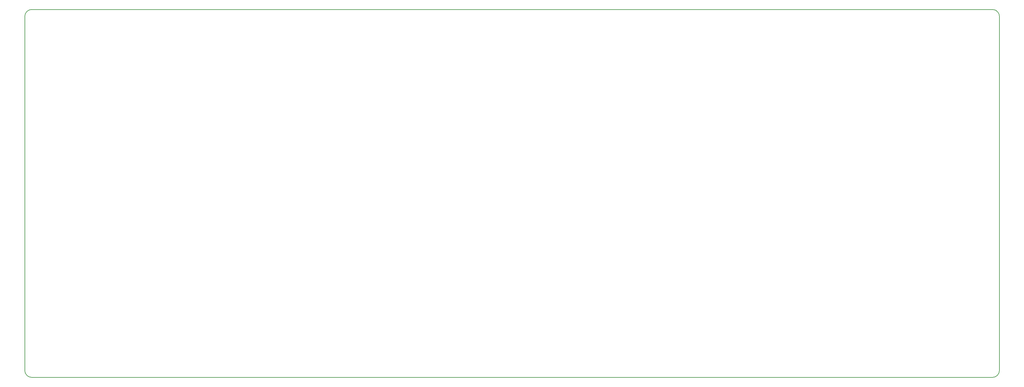
<source format=gbr>
%TF.GenerationSoftware,KiCad,Pcbnew,7.0.9*%
%TF.CreationDate,2024-03-10T13:20:19+01:00*%
%TF.ProjectId,65petit,36357065-7469-4742-9e6b-696361645f70,rev?*%
%TF.SameCoordinates,Original*%
%TF.FileFunction,Profile,NP*%
%FSLAX46Y46*%
G04 Gerber Fmt 4.6, Leading zero omitted, Abs format (unit mm)*
G04 Created by KiCad (PCBNEW 7.0.9) date 2024-03-10 13:20:19*
%MOMM*%
%LPD*%
G01*
G04 APERTURE LIST*
%TA.AperFunction,Profile*%
%ADD10C,0.200000*%
%TD*%
G04 APERTURE END LIST*
D10*
X40475000Y-142487500D02*
X311937500Y-142487500D01*
X40475000Y-38475000D02*
G75*
G03*
X38475000Y-40475000I0J-2000000D01*
G01*
X40475000Y-38475000D02*
X311937500Y-38475000D01*
X313937500Y-40475000D02*
G75*
G03*
X311937500Y-38475000I-2000000J0D01*
G01*
X38475000Y-140487500D02*
X38475000Y-40475000D01*
X38475000Y-140487500D02*
G75*
G03*
X40475000Y-142487500I2000000J0D01*
G01*
X311937500Y-142487500D02*
G75*
G03*
X313937500Y-140487500I0J2000000D01*
G01*
X313937500Y-140487500D02*
X313937500Y-40475000D01*
M02*

</source>
